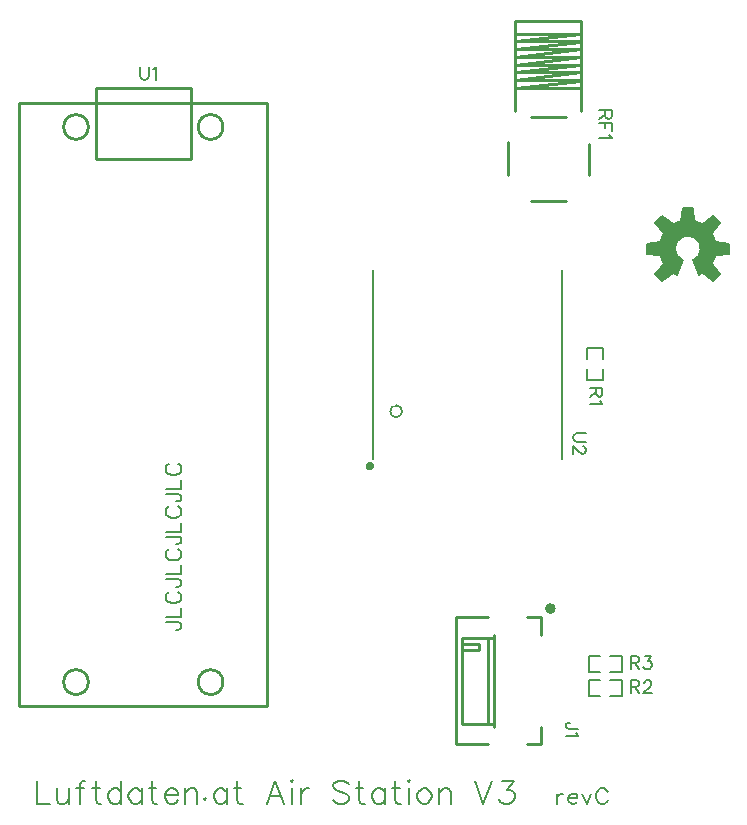
<source format=gto>
G04 Layer: TopSilkscreenLayer*
G04 EasyEDA v6.5.23, 2023-05-23 22:52:14*
G04 b64d56a2c64b479e9c3a0f4ea2cfd69e,619bf967d5dd4da89e17e2f86567f5d7,10*
G04 Gerber Generator version 0.2*
G04 Scale: 100 percent, Rotated: No, Reflected: No *
G04 Dimensions in millimeters *
G04 leading zeros omitted , absolute positions ,4 integer and 5 decimal *
%FSLAX45Y45*%
%MOMM*%

%ADD10C,0.2032*%
%ADD11C,0.1524*%
%ADD12C,0.1501*%
%ADD13C,0.2540*%
%ADD14C,0.1270*%
%ADD15C,0.4064*%
%ADD16C,0.0128*%

%LPD*%
D10*
X2184400Y3595878D02*
G01*
X2184400Y3402076D01*
X2184400Y3402076D02*
G01*
X2295143Y3402076D01*
X2356104Y3531362D02*
G01*
X2356104Y3438905D01*
X2365502Y3411220D01*
X2383790Y3402076D01*
X2411729Y3402076D01*
X2430018Y3411220D01*
X2457704Y3438905D01*
X2457704Y3531362D02*
G01*
X2457704Y3402076D01*
X2592577Y3595878D02*
G01*
X2574290Y3595878D01*
X2555747Y3586734D01*
X2546350Y3559047D01*
X2546350Y3402076D01*
X2518663Y3531362D02*
G01*
X2583434Y3531362D01*
X2681224Y3595878D02*
G01*
X2681224Y3438905D01*
X2690622Y3411220D01*
X2708909Y3402076D01*
X2727452Y3402076D01*
X2653538Y3531362D02*
G01*
X2718308Y3531362D01*
X2899409Y3595878D02*
G01*
X2899409Y3402076D01*
X2899409Y3503676D02*
G01*
X2880868Y3521963D01*
X2862325Y3531362D01*
X2834640Y3531362D01*
X2816097Y3521963D01*
X2797809Y3503676D01*
X2788411Y3475989D01*
X2788411Y3457447D01*
X2797809Y3429762D01*
X2816097Y3411220D01*
X2834640Y3402076D01*
X2862325Y3402076D01*
X2880868Y3411220D01*
X2899409Y3429762D01*
X3071113Y3531362D02*
G01*
X3071113Y3402076D01*
X3071113Y3503676D02*
G01*
X3052572Y3521963D01*
X3034029Y3531362D01*
X3006343Y3531362D01*
X2988056Y3521963D01*
X2969513Y3503676D01*
X2960370Y3475989D01*
X2960370Y3457447D01*
X2969513Y3429762D01*
X2988056Y3411220D01*
X3006343Y3402076D01*
X3034029Y3402076D01*
X3052572Y3411220D01*
X3071113Y3429762D01*
X3159759Y3595878D02*
G01*
X3159759Y3438905D01*
X3168904Y3411220D01*
X3187445Y3402076D01*
X3205988Y3402076D01*
X3132074Y3531362D02*
G01*
X3196590Y3531362D01*
X3266947Y3475989D02*
G01*
X3377691Y3475989D01*
X3377691Y3494278D01*
X3368547Y3512820D01*
X3359150Y3521963D01*
X3340861Y3531362D01*
X3313175Y3531362D01*
X3294634Y3521963D01*
X3276091Y3503676D01*
X3266947Y3475989D01*
X3266947Y3457447D01*
X3276091Y3429762D01*
X3294634Y3411220D01*
X3313175Y3402076D01*
X3340861Y3402076D01*
X3359150Y3411220D01*
X3377691Y3429762D01*
X3438652Y3531362D02*
G01*
X3438652Y3402076D01*
X3438652Y3494278D02*
G01*
X3466338Y3521963D01*
X3484879Y3531362D01*
X3512565Y3531362D01*
X3531108Y3521963D01*
X3540252Y3494278D01*
X3540252Y3402076D01*
X3610609Y3448050D02*
G01*
X3601211Y3438905D01*
X3610609Y3429762D01*
X3619754Y3438905D01*
X3610609Y3448050D01*
X3791458Y3531362D02*
G01*
X3791458Y3402076D01*
X3791458Y3503676D02*
G01*
X3773170Y3521963D01*
X3754627Y3531362D01*
X3726941Y3531362D01*
X3708400Y3521963D01*
X3689858Y3503676D01*
X3680713Y3475989D01*
X3680713Y3457447D01*
X3689858Y3429762D01*
X3708400Y3411220D01*
X3726941Y3402076D01*
X3754627Y3402076D01*
X3773170Y3411220D01*
X3791458Y3429762D01*
X3880104Y3595878D02*
G01*
X3880104Y3438905D01*
X3889502Y3411220D01*
X3907790Y3402076D01*
X3926331Y3402076D01*
X3852418Y3531362D02*
G01*
X3917188Y3531362D01*
X4203445Y3595878D02*
G01*
X4129531Y3402076D01*
X4203445Y3595878D02*
G01*
X4277359Y3402076D01*
X4157218Y3466592D02*
G01*
X4249674Y3466592D01*
X4338320Y3595878D02*
G01*
X4347463Y3586734D01*
X4356861Y3595878D01*
X4347463Y3605276D01*
X4338320Y3595878D01*
X4347463Y3531362D02*
G01*
X4347463Y3402076D01*
X4417822Y3531362D02*
G01*
X4417822Y3402076D01*
X4417822Y3475989D02*
G01*
X4426965Y3503676D01*
X4445508Y3521963D01*
X4464050Y3531362D01*
X4491736Y3531362D01*
X4824222Y3568192D02*
G01*
X4805679Y3586734D01*
X4777993Y3595878D01*
X4740909Y3595878D01*
X4713224Y3586734D01*
X4694936Y3568192D01*
X4694936Y3549650D01*
X4704079Y3531362D01*
X4713224Y3521963D01*
X4731765Y3512820D01*
X4787138Y3494278D01*
X4805679Y3485134D01*
X4814824Y3475989D01*
X4824222Y3457447D01*
X4824222Y3429762D01*
X4805679Y3411220D01*
X4777993Y3402076D01*
X4740909Y3402076D01*
X4713224Y3411220D01*
X4694936Y3429762D01*
X4912868Y3595878D02*
G01*
X4912868Y3438905D01*
X4922011Y3411220D01*
X4940554Y3402076D01*
X4959095Y3402076D01*
X4885181Y3531362D02*
G01*
X4949697Y3531362D01*
X5130800Y3531362D02*
G01*
X5130800Y3402076D01*
X5130800Y3503676D02*
G01*
X5112258Y3521963D01*
X5093970Y3531362D01*
X5066029Y3531362D01*
X5047741Y3521963D01*
X5029200Y3503676D01*
X5020056Y3475989D01*
X5020056Y3457447D01*
X5029200Y3429762D01*
X5047741Y3411220D01*
X5066029Y3402076D01*
X5093970Y3402076D01*
X5112258Y3411220D01*
X5130800Y3429762D01*
X5219445Y3595878D02*
G01*
X5219445Y3438905D01*
X5228590Y3411220D01*
X5247131Y3402076D01*
X5265674Y3402076D01*
X5191759Y3531362D02*
G01*
X5256529Y3531362D01*
X5326634Y3595878D02*
G01*
X5335777Y3586734D01*
X5345175Y3595878D01*
X5335777Y3605276D01*
X5326634Y3595878D01*
X5335777Y3531362D02*
G01*
X5335777Y3402076D01*
X5452109Y3531362D02*
G01*
X5433822Y3521963D01*
X5415279Y3503676D01*
X5406136Y3475989D01*
X5406136Y3457447D01*
X5415279Y3429762D01*
X5433822Y3411220D01*
X5452109Y3402076D01*
X5480050Y3402076D01*
X5498338Y3411220D01*
X5516879Y3429762D01*
X5526024Y3457447D01*
X5526024Y3475989D01*
X5516879Y3503676D01*
X5498338Y3521963D01*
X5480050Y3531362D01*
X5452109Y3531362D01*
X5586984Y3531362D02*
G01*
X5586984Y3402076D01*
X5586984Y3494278D02*
G01*
X5614670Y3521963D01*
X5633211Y3531362D01*
X5660897Y3531362D01*
X5679440Y3521963D01*
X5688584Y3494278D01*
X5688584Y3402076D01*
X5891784Y3595878D02*
G01*
X5965697Y3402076D01*
X6039611Y3595878D02*
G01*
X5965697Y3402076D01*
X6119113Y3595878D02*
G01*
X6220713Y3595878D01*
X6165341Y3521963D01*
X6193027Y3521963D01*
X6211570Y3512820D01*
X6220713Y3503676D01*
X6229858Y3475989D01*
X6229858Y3457447D01*
X6220713Y3429762D01*
X6202172Y3411220D01*
X6174486Y3402076D01*
X6146800Y3402076D01*
X6119113Y3411220D01*
X6109970Y3420363D01*
X6100572Y3438905D01*
X6591300Y3487673D02*
G01*
X6591300Y3398520D01*
X6591300Y3449320D02*
G01*
X6597650Y3468623D01*
X6610350Y3481323D01*
X6623050Y3487673D01*
X6642100Y3487673D01*
X6684263Y3449320D02*
G01*
X6760463Y3449320D01*
X6760463Y3462273D01*
X6754113Y3474973D01*
X6747763Y3481323D01*
X6735063Y3487673D01*
X6716013Y3487673D01*
X6703313Y3481323D01*
X6690613Y3468623D01*
X6684263Y3449320D01*
X6684263Y3436620D01*
X6690613Y3417570D01*
X6703313Y3404870D01*
X6716013Y3398520D01*
X6735063Y3398520D01*
X6747763Y3404870D01*
X6760463Y3417570D01*
X6802627Y3487673D02*
G01*
X6840727Y3398520D01*
X6878827Y3487673D02*
G01*
X6840727Y3398520D01*
X7016495Y3500373D02*
G01*
X7010145Y3513073D01*
X6997191Y3525773D01*
X6984491Y3532123D01*
X6959091Y3532123D01*
X6946391Y3525773D01*
X6933691Y3513073D01*
X6927341Y3500373D01*
X6920991Y3481323D01*
X6920991Y3449320D01*
X6927341Y3430270D01*
X6933691Y3417570D01*
X6946391Y3404870D01*
X6959091Y3398520D01*
X6984491Y3398520D01*
X6997191Y3404870D01*
X7010145Y3417570D01*
X7016495Y3430270D01*
X3275075Y4940554D02*
G01*
X3376929Y4940554D01*
X3395979Y4933950D01*
X3402329Y4927600D01*
X3408679Y4914900D01*
X3408679Y4902200D01*
X3402329Y4889500D01*
X3395979Y4883150D01*
X3376929Y4876800D01*
X3364229Y4876800D01*
X3275075Y4982463D02*
G01*
X3408679Y4982463D01*
X3408679Y4982463D02*
G01*
X3408679Y5058918D01*
X3306825Y5196331D02*
G01*
X3294125Y5189981D01*
X3281425Y5177281D01*
X3275075Y5164328D01*
X3275075Y5138928D01*
X3281425Y5126228D01*
X3294125Y5113528D01*
X3306825Y5107178D01*
X3325875Y5100828D01*
X3357879Y5100828D01*
X3376929Y5107178D01*
X3389629Y5113528D01*
X3402329Y5126228D01*
X3408679Y5138928D01*
X3408679Y5164328D01*
X3402329Y5177281D01*
X3389629Y5189981D01*
X3376929Y5196331D01*
X3275075Y5301995D02*
G01*
X3376929Y5301995D01*
X3395979Y5295645D01*
X3402329Y5289042D01*
X3408679Y5276342D01*
X3408679Y5263642D01*
X3402329Y5250942D01*
X3395979Y5244592D01*
X3376929Y5238242D01*
X3364229Y5238242D01*
X3275075Y5343905D02*
G01*
X3408679Y5343905D01*
X3408679Y5343905D02*
G01*
X3408679Y5420360D01*
X3306825Y5557773D02*
G01*
X3294125Y5551423D01*
X3281425Y5538723D01*
X3275075Y5525770D01*
X3275075Y5500370D01*
X3281425Y5487670D01*
X3294125Y5474970D01*
X3306825Y5468620D01*
X3325875Y5462270D01*
X3357879Y5462270D01*
X3376929Y5468620D01*
X3389629Y5474970D01*
X3402329Y5487670D01*
X3408679Y5500370D01*
X3408679Y5525770D01*
X3402329Y5538723D01*
X3389629Y5551423D01*
X3376929Y5557773D01*
X3275075Y5663437D02*
G01*
X3376929Y5663437D01*
X3395979Y5657087D01*
X3402329Y5650737D01*
X3408679Y5637784D01*
X3408679Y5625084D01*
X3402329Y5612384D01*
X3395979Y5606034D01*
X3376929Y5599684D01*
X3364229Y5599684D01*
X3275075Y5705347D02*
G01*
X3408679Y5705347D01*
X3408679Y5705347D02*
G01*
X3408679Y5781802D01*
X3306825Y5919215D02*
G01*
X3294125Y5912865D01*
X3281425Y5900165D01*
X3275075Y5887465D01*
X3275075Y5861812D01*
X3281425Y5849112D01*
X3294125Y5836412D01*
X3306825Y5830062D01*
X3325875Y5823712D01*
X3357879Y5823712D01*
X3376929Y5830062D01*
X3389629Y5836412D01*
X3402329Y5849112D01*
X3408679Y5861812D01*
X3408679Y5887465D01*
X3402329Y5900165D01*
X3389629Y5912865D01*
X3376929Y5919215D01*
X3275075Y6024879D02*
G01*
X3376929Y6024879D01*
X3395979Y6018529D01*
X3402329Y6012179D01*
X3408679Y5999226D01*
X3408679Y5986526D01*
X3402329Y5973826D01*
X3395979Y5967476D01*
X3376929Y5961126D01*
X3364229Y5961126D01*
X3275075Y6066789D02*
G01*
X3408679Y6066789D01*
X3408679Y6066789D02*
G01*
X3408679Y6143244D01*
X3306825Y6280657D02*
G01*
X3294125Y6274307D01*
X3281425Y6261607D01*
X3275075Y6248907D01*
X3275075Y6223254D01*
X3281425Y6210554D01*
X3294125Y6197854D01*
X3306825Y6191504D01*
X3325875Y6185154D01*
X3357879Y6185154D01*
X3376929Y6191504D01*
X3389629Y6197854D01*
X3402329Y6210554D01*
X3408679Y6223254D01*
X3408679Y6248907D01*
X3402329Y6261607D01*
X3389629Y6274307D01*
X3376929Y6280657D01*
D11*
X7213600Y4446015D02*
G01*
X7213600Y4337050D01*
X7213600Y4446015D02*
G01*
X7260336Y4446015D01*
X7275829Y4440936D01*
X7281163Y4435602D01*
X7286243Y4425187D01*
X7286243Y4414773D01*
X7281163Y4404360D01*
X7275829Y4399279D01*
X7260336Y4394200D01*
X7213600Y4394200D01*
X7249922Y4394200D02*
G01*
X7286243Y4337050D01*
X7325868Y4420107D02*
G01*
X7325868Y4425187D01*
X7330947Y4435602D01*
X7336281Y4440936D01*
X7346695Y4446015D01*
X7367270Y4446015D01*
X7377684Y4440936D01*
X7383018Y4435602D01*
X7388097Y4425187D01*
X7388097Y4414773D01*
X7383018Y4404360D01*
X7372604Y4388865D01*
X7320534Y4337050D01*
X7393431Y4337050D01*
X7213600Y4649215D02*
G01*
X7213600Y4540250D01*
X7213600Y4649215D02*
G01*
X7260336Y4649215D01*
X7275829Y4644136D01*
X7281163Y4638802D01*
X7286243Y4628387D01*
X7286243Y4617973D01*
X7281163Y4607560D01*
X7275829Y4602479D01*
X7260336Y4597400D01*
X7213600Y4597400D01*
X7249922Y4597400D02*
G01*
X7286243Y4540250D01*
X7330947Y4649215D02*
G01*
X7388097Y4649215D01*
X7357109Y4607560D01*
X7372604Y4607560D01*
X7383018Y4602479D01*
X7388097Y4597400D01*
X7393431Y4581652D01*
X7393431Y4571237D01*
X7388097Y4555744D01*
X7377684Y4545329D01*
X7362190Y4540250D01*
X7346695Y4540250D01*
X7330947Y4545329D01*
X7325868Y4550410D01*
X7320534Y4560823D01*
X6973315Y6921500D02*
G01*
X6864350Y6921500D01*
X6973315Y6921500D02*
G01*
X6973315Y6874763D01*
X6968236Y6859270D01*
X6962902Y6853936D01*
X6952488Y6848855D01*
X6942074Y6848855D01*
X6931659Y6853936D01*
X6926579Y6859270D01*
X6921500Y6874763D01*
X6921500Y6921500D01*
X6921500Y6885178D02*
G01*
X6864350Y6848855D01*
X6952488Y6814565D02*
G01*
X6957822Y6804152D01*
X6973315Y6788404D01*
X6864350Y6788404D01*
X7050519Y9272003D02*
G01*
X6941553Y9272003D01*
X7050519Y9272003D02*
G01*
X7050519Y9225267D01*
X7045439Y9209773D01*
X7040105Y9204439D01*
X7029691Y9199359D01*
X7019277Y9199359D01*
X7008863Y9204439D01*
X7003783Y9209773D01*
X6998703Y9225267D01*
X6998703Y9272003D01*
X6998703Y9235681D02*
G01*
X6941553Y9199359D01*
X7050519Y9165069D02*
G01*
X6941553Y9165069D01*
X7050519Y9165069D02*
G01*
X7050519Y9097505D01*
X6998703Y9165069D02*
G01*
X6998703Y9123413D01*
X7029691Y9063215D02*
G01*
X7035025Y9052801D01*
X7050519Y9037053D01*
X6941553Y9037053D01*
X6770115Y4037329D02*
G01*
X6687058Y4037329D01*
X6671309Y4042663D01*
X6666229Y4047744D01*
X6661150Y4058157D01*
X6661150Y4068571D01*
X6666229Y4078986D01*
X6671309Y4084320D01*
X6687058Y4089400D01*
X6697472Y4089400D01*
X6749288Y4003039D02*
G01*
X6754622Y3992879D01*
X6770115Y3977131D01*
X6661150Y3977131D01*
X3060700Y9640315D02*
G01*
X3060700Y9562337D01*
X3065779Y9546844D01*
X3076193Y9536429D01*
X3091941Y9531350D01*
X3102356Y9531350D01*
X3117850Y9536429D01*
X3128263Y9546844D01*
X3133343Y9562337D01*
X3133343Y9640315D01*
X3167634Y9619487D02*
G01*
X3178047Y9624821D01*
X3193795Y9640315D01*
X3193795Y9531350D01*
X6833615Y6540500D02*
G01*
X6755638Y6540500D01*
X6740143Y6535420D01*
X6729729Y6525005D01*
X6724650Y6509257D01*
X6724650Y6498844D01*
X6729729Y6483350D01*
X6740143Y6472936D01*
X6755638Y6467855D01*
X6833615Y6467855D01*
X6807708Y6428231D02*
G01*
X6812788Y6428231D01*
X6823202Y6423152D01*
X6828536Y6417818D01*
X6833615Y6407404D01*
X6833615Y6386829D01*
X6828536Y6376415D01*
X6823202Y6371081D01*
X6812788Y6366002D01*
X6802374Y6366002D01*
X6791959Y6371081D01*
X6776465Y6381495D01*
X6724650Y6433565D01*
X6724650Y6360668D01*
G36*
X7653528Y8450021D02*
G01*
X7642047Y8337092D01*
X7616545Y8329625D01*
X7591958Y8319516D01*
X7568692Y8306663D01*
X7480706Y8378393D01*
X7420406Y8318093D01*
X7492136Y8230108D01*
X7479334Y8206841D01*
X7469124Y8182254D01*
X7461758Y8156702D01*
X7348829Y8145272D01*
X7348829Y8059928D01*
X7461758Y8048498D01*
X7469124Y8022945D01*
X7479334Y7998358D01*
X7492136Y7975092D01*
X7420406Y7887106D01*
X7480706Y7826806D01*
X7568692Y7898536D01*
X7586014Y7888681D01*
X7604099Y7880299D01*
X7654340Y8001558D01*
X7642758Y8007146D01*
X7631938Y8014106D01*
X7621981Y8022285D01*
X7613040Y8031581D01*
X7605217Y8041843D01*
X7598714Y8052968D01*
X7593584Y8064753D01*
X7589875Y8077047D01*
X7587589Y8089747D01*
X7586827Y8102600D01*
X7587640Y8116062D01*
X7590129Y8129320D01*
X7594244Y8142173D01*
X7599883Y8154466D01*
X7606995Y8165896D01*
X7615428Y8176412D01*
X7625181Y8185759D01*
X7635951Y8193887D01*
X7647635Y8200593D01*
X7660081Y8205876D01*
X7673035Y8209483D01*
X7686395Y8211566D01*
X7699908Y8211921D01*
X7713268Y8210651D01*
X7726476Y8207705D01*
X7739176Y8203184D01*
X7751267Y8197138D01*
X7762443Y8189620D01*
X7772653Y8180831D01*
X7781747Y8170773D01*
X7789468Y8159750D01*
X7795818Y8147812D01*
X7800594Y8135213D01*
X7803845Y8122107D01*
X7805420Y8108746D01*
X7805318Y8095234D01*
X7803591Y8081873D01*
X7800238Y8068767D01*
X7795259Y8056270D01*
X7788808Y8044383D01*
X7780934Y8033461D01*
X7771790Y8023555D01*
X7761478Y8014868D01*
X7750200Y8007502D01*
X7738059Y8001558D01*
X7788300Y7880299D01*
X7806385Y7888681D01*
X7823708Y7898536D01*
X7911693Y7826806D01*
X7971993Y7887106D01*
X7900263Y7975092D01*
X7913065Y7998358D01*
X7923275Y8022945D01*
X7930642Y8048498D01*
X8043570Y8059928D01*
X8043570Y8145272D01*
X7930642Y8156702D01*
X7923275Y8182254D01*
X7913065Y8206841D01*
X7900263Y8230108D01*
X7971993Y8318093D01*
X7911693Y8378393D01*
X7823708Y8306663D01*
X7800441Y8319516D01*
X7775854Y8329625D01*
X7750352Y8337092D01*
X7738872Y8450021D01*
G37*
G36*
X5003800Y6297015D02*
G01*
X4999329Y6296710D01*
X4994859Y6295898D01*
X4990592Y6294526D01*
X4986528Y6292596D01*
X4982667Y6290157D01*
X4979212Y6287262D01*
X4976114Y6284010D01*
X4973472Y6280353D01*
X4971288Y6276390D01*
X4969611Y6272174D01*
X4968494Y6267805D01*
X4967935Y6263335D01*
X4967935Y6258864D01*
X4968494Y6254394D01*
X4969611Y6250025D01*
X4971288Y6245809D01*
X4973472Y6241846D01*
X4976114Y6238240D01*
X4979212Y6234938D01*
X4982667Y6232042D01*
X4986528Y6229604D01*
X4990592Y6227673D01*
X4994859Y6226302D01*
X4999329Y6225489D01*
X5003800Y6225184D01*
X5008270Y6225489D01*
X5012740Y6226302D01*
X5017008Y6227673D01*
X5021072Y6229604D01*
X5024932Y6232042D01*
X5028387Y6234938D01*
X5031486Y6238240D01*
X5034127Y6241846D01*
X5036312Y6245809D01*
X5037988Y6250025D01*
X5039106Y6254394D01*
X5039664Y6258864D01*
X5039664Y6263335D01*
X5039106Y6267805D01*
X5037988Y6272174D01*
X5036312Y6276390D01*
X5034127Y6280353D01*
X5031486Y6284010D01*
X5028387Y6287262D01*
X5024932Y6290157D01*
X5021072Y6292596D01*
X5017008Y6294526D01*
X5012740Y6295898D01*
X5008270Y6296710D01*
G37*
X7040321Y4315439D02*
G01*
X7136208Y4315439D01*
X7136208Y4447560D01*
X7040321Y4447560D01*
X6955078Y4315439D02*
G01*
X6859191Y4315439D01*
X6859191Y4447560D01*
X6955078Y4447560D01*
X7040321Y4518639D02*
G01*
X7136208Y4518639D01*
X7136208Y4650760D01*
X7040321Y4650760D01*
X6955078Y4518639D02*
G01*
X6859191Y4518639D01*
X6859191Y4650760D01*
X6955078Y4650760D01*
X6974860Y7167321D02*
G01*
X6974860Y7263208D01*
X6842739Y7263208D01*
X6842739Y7167321D01*
X6974860Y7082078D02*
G01*
X6974860Y6986191D01*
X6842739Y6986191D01*
X6842739Y7082078D01*
D12*
X7823708Y7898536D02*
G01*
X7911668Y7826806D01*
X7971993Y7887131D01*
X7900263Y7975092D01*
X7930667Y8048472D02*
G01*
X8043595Y8059953D01*
X8043595Y8145246D01*
X7930667Y8156727D01*
X7900263Y8230108D02*
G01*
X7971993Y8318068D01*
X7911668Y8378393D01*
X7823708Y8306663D01*
X7750327Y8337067D02*
G01*
X7738846Y8449995D01*
X7653553Y8449995D01*
X7642072Y8337067D01*
X7568691Y8306663D02*
G01*
X7480731Y8378393D01*
X7420406Y8318068D01*
X7492136Y8230108D01*
X7461732Y8156727D02*
G01*
X7348804Y8145246D01*
X7348804Y8059953D01*
X7461732Y8048472D01*
X7492136Y7975092D02*
G01*
X7420406Y7887131D01*
X7480731Y7826806D01*
X7568691Y7898536D01*
X7604099Y7880299D02*
G01*
X7654340Y8001558D01*
X7738059Y8001558D02*
G01*
X7788300Y7880299D01*
D13*
X6511869Y10030203D02*
G01*
X6235702Y10030203D01*
X6235702Y9265688D01*
X6511869Y10030203D02*
G01*
X6794502Y10030203D01*
X6794502Y9265688D01*
X6858002Y8728750D02*
G01*
X6858002Y8991602D01*
X6368717Y8509002D02*
G01*
X6661487Y8509002D01*
X6172202Y9000454D02*
G01*
X6172202Y8728750D01*
X6661487Y9220202D02*
G01*
X6368717Y9220202D01*
X6785102Y9921486D02*
G01*
X6245103Y9921486D01*
X6245103Y9856170D02*
G01*
X6785102Y9920516D01*
X6785102Y9856170D02*
G01*
X6245103Y9856170D01*
X6245103Y9789043D02*
G01*
X6785102Y9853388D01*
X6785102Y9789043D02*
G01*
X6245103Y9789043D01*
X6245103Y9723729D02*
G01*
X6785102Y9788075D01*
X6785102Y9723729D02*
G01*
X6245103Y9723729D01*
X6245103Y9660229D02*
G01*
X6785102Y9724575D01*
X6785102Y9660229D02*
G01*
X6245103Y9660229D01*
X6245103Y9594913D02*
G01*
X6785102Y9659259D01*
X6785102Y9594913D02*
G01*
X6245103Y9594913D01*
X6245103Y9531413D02*
G01*
X6785102Y9595759D01*
X6785102Y9531413D02*
G01*
X6245103Y9531413D01*
X6785102Y9460656D02*
G01*
X6245103Y9460656D01*
X6245103Y9460656D02*
G01*
X6785102Y9525002D01*
X6007100Y4079100D02*
G01*
X6052101Y4078630D01*
X6007100Y4804105D02*
G01*
X5782106Y4804105D01*
X5782106Y4079112D01*
X6007100Y4079112D01*
X6007100Y4104106D01*
X6007100Y4804100D02*
G01*
X6052101Y4804100D01*
X6007100Y4804100D02*
G01*
X6007100Y4104098D01*
X5932098Y4754097D02*
G01*
X5932098Y4704097D01*
X5782099Y4704097D01*
X5932098Y4754097D02*
G01*
X5782099Y4754097D01*
X6003985Y4979101D02*
G01*
X5732099Y4979101D01*
X5732099Y3904099D01*
X6003985Y3904099D01*
X6332100Y3904099D02*
G01*
X6457099Y3904099D01*
X6457099Y4054099D01*
X6332100Y4979101D02*
G01*
X6457099Y4979101D01*
X6457099Y4829098D01*
X6052101Y4834097D02*
G01*
X6052101Y4049100D01*
X2036089Y9331807D02*
G01*
X4136085Y9331807D01*
X4136085Y4231817D01*
X2036089Y4231817D01*
X2036089Y9331807D01*
X2686100Y9461804D02*
G01*
X3486099Y9461804D01*
X3486099Y8861805D01*
X2686100Y8861805D01*
X2686100Y9461804D01*
D14*
X5029301Y6324701D02*
G01*
X5029301Y7924698D01*
X6629298Y6324701D02*
G01*
X6629298Y7924698D01*
D12*
G75*
G01*
X7788300Y7880299D02*
G03*
X7823708Y7898536I-92094J222292D01*
G75*
G01*
X7900264Y7975092D02*
G03*
X7930667Y8048473I-204039J127528D01*
G75*
G01*
X7930667Y8156727D02*
G03*
X7900264Y8230108I-234442J-54147D01*
G75*
G01*
X7823708Y8306664D02*
G03*
X7750327Y8337067I-127528J-204039D01*
G75*
G01*
X7642073Y8337067D02*
G03*
X7568692Y8306664I54147J-234442D01*
G75*
G01*
X7492136Y8230108D02*
G03*
X7461733Y8156727I204039J-127528D01*
G75*
G01*
X7461733Y8048473D02*
G03*
X7492136Y7975092I234442J54147D01*
G75*
G01*
X7568692Y7898536D02*
G03*
X7604100Y7880299I127502J204055D01*
G75*
G01*
X7654341Y8001559D02*
G02*
X7586828Y8102600I41859J101045D01*
G75*
G01*
X7586828Y8102600D02*
G02*
X7738059Y8001559I109372J4D01*
D14*
G75*
G01*
X5229301Y6774713D02*
G03*
X5229835Y6774688I-2111J-49942D01*
D15*
G75*
G01
X6557493Y5054092D02*
G03X6557493Y5054092I-25400J0D01*
D13*
G75*
G01
X2621102Y9131808D02*
G03X2621102Y9131808I-105004J0D01*
G75*
G01
X3761105Y9131808D02*
G03X3761105Y9131808I-105004J0D01*
G75*
G01
X2621102Y4431792D02*
G03X2621102Y4431792I-105004J0D01*
G75*
G01
X3761105Y4431792D02*
G03X3761105Y4431792I-105004J0D01*
M02*

</source>
